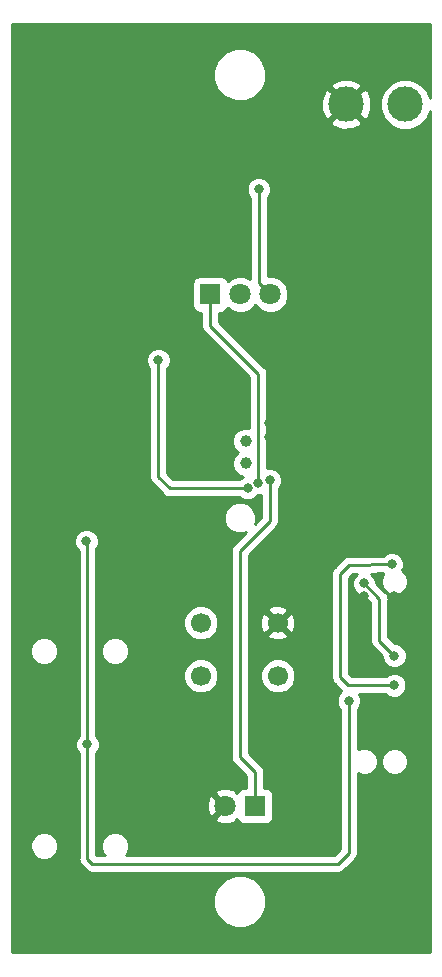
<source format=gbr>
G04 #@! TF.GenerationSoftware,KiCad,Pcbnew,5.0.0-fee4fd1~66~ubuntu16.04.1*
G04 #@! TF.CreationDate,2018-09-26T19:07:44+05:30*
G04 #@! TF.ProjectId,senseBeRx_rev1,73656E7365426552785F726576312E6B,rev?*
G04 #@! TF.SameCoordinates,Original*
G04 #@! TF.FileFunction,Copper,L2,Bot,Signal*
G04 #@! TF.FilePolarity,Positive*
%FSLAX46Y46*%
G04 Gerber Fmt 4.6, Leading zero omitted, Abs format (unit mm)*
G04 Created by KiCad (PCBNEW 5.0.0-fee4fd1~66~ubuntu16.04.1) date Wed Sep 26 19:07:44 2018*
%MOMM*%
%LPD*%
G01*
G04 APERTURE LIST*
G04 #@! TA.AperFunction,ComponentPad*
%ADD10C,3.000000*%
G04 #@! TD*
G04 #@! TA.AperFunction,ComponentPad*
%ADD11R,1.800000X1.800000*%
G04 #@! TD*
G04 #@! TA.AperFunction,ComponentPad*
%ADD12C,1.800000*%
G04 #@! TD*
G04 #@! TA.AperFunction,ComponentPad*
%ADD13C,1.700000*%
G04 #@! TD*
G04 #@! TA.AperFunction,ComponentPad*
%ADD14C,1.000000*%
G04 #@! TD*
G04 #@! TA.AperFunction,ViaPad*
%ADD15C,0.800000*%
G04 #@! TD*
G04 #@! TA.AperFunction,Conductor*
%ADD16C,0.250000*%
G04 #@! TD*
G04 #@! TA.AperFunction,Conductor*
%ADD17C,0.254000*%
G04 #@! TD*
G04 APERTURE END LIST*
D10*
G04 #@! TO.P,BT1,1*
G04 #@! TO.N,Net-(BT1-Pad1)*
X134000000Y-77500000D03*
G04 #@! TO.P,BT1,2*
G04 #@! TO.N,GND*
X129000000Y-77500000D03*
G04 #@! TD*
D11*
G04 #@! TO.P,D2,1*
G04 #@! TO.N,/LIGHT_SENSE*
X121300000Y-136900000D03*
D12*
G04 #@! TO.P,D2,2*
G04 #@! TO.N,GND*
X118760000Y-136900000D03*
G04 #@! TD*
D13*
G04 #@! TO.P,SW1,4*
G04 #@! TO.N,/BUTTON*
X116700000Y-121400000D03*
G04 #@! TO.P,SW1,3*
G04 #@! TO.N,GND*
X123200000Y-121400000D03*
G04 #@! TO.P,SW1,2*
G04 #@! TO.N,Net-(SW1-Pad2)*
X116700000Y-125900000D03*
G04 #@! TO.P,SW1,1*
G04 #@! TO.N,Net-(SW1-Pad1)*
X123200000Y-125900000D03*
G04 #@! TD*
D14*
G04 #@! TO.P,Y1,1*
G04 #@! TO.N,/LFCLK_XL1*
X120500000Y-106000000D03*
G04 #@! TO.P,Y1,2*
G04 #@! TO.N,/LFCLK_XL2*
X120500000Y-107900000D03*
G04 #@! TD*
D11*
G04 #@! TO.P,U2,1*
G04 #@! TO.N,/RX_OUT*
X117500000Y-93600000D03*
D12*
G04 #@! TO.P,U2,2*
G04 #@! TO.N,Net-(Q4-Pad3)*
X120040000Y-93600000D03*
G04 #@! TO.P,U2,3*
G04 #@! TO.N,VDD*
X122580000Y-93600000D03*
G04 #@! TD*
D15*
G04 #@! TO.N,GND*
X102500000Y-146550000D03*
X107700000Y-99100000D03*
X112800000Y-92400000D03*
X122900000Y-97500000D03*
X134800000Y-95400000D03*
X135570452Y-103501093D03*
X122450000Y-114550000D03*
X117130000Y-111370000D03*
X122460000Y-105700000D03*
X130530000Y-119150000D03*
X133070000Y-119150000D03*
X122460000Y-104490000D03*
X123500000Y-104490000D03*
X122450000Y-115550000D03*
X123440000Y-115550000D03*
X134500000Y-103500000D03*
X134500000Y-102540000D03*
X135570000Y-102540000D03*
X134637347Y-106687347D03*
X134640000Y-107710000D03*
X135520000Y-107710000D03*
X135520000Y-106690000D03*
X132960000Y-107710000D03*
X129910000Y-107710000D03*
X126690000Y-107710000D03*
X126690000Y-112200000D03*
X129850000Y-112200000D03*
X131700000Y-110000000D03*
X128000000Y-110000000D03*
X135580974Y-116409547D03*
X135580000Y-117430000D03*
X103050000Y-129990000D03*
G04 #@! TO.N,VDD*
X107100000Y-131700000D03*
X107000000Y-114500000D03*
X121600000Y-84700000D03*
X129225000Y-128000000D03*
G04 #@! TO.N,/LIGHT_SENSE*
X122540000Y-109340000D03*
G04 #@! TO.N,/RESET*
X133070000Y-126690000D03*
X132850000Y-116460000D03*
G04 #@! TO.N,/GPIO2*
X133080000Y-124180000D03*
X130520000Y-118070000D03*
G04 #@! TO.N,/RX_EN*
X120650000Y-110000000D03*
X113100000Y-99150000D03*
G04 #@! TO.N,/RX_OUT*
X121550000Y-109550000D03*
G04 #@! TD*
D16*
G04 #@! TO.N,GND*
X122460000Y-105700000D02*
X122460000Y-104490000D01*
X122460000Y-104490000D02*
X123500000Y-104490000D01*
X122450000Y-114550000D02*
X122450000Y-115550000D01*
X122450000Y-115550000D02*
X123440000Y-115550000D01*
X134501093Y-103501093D02*
X134500000Y-103500000D01*
X135570452Y-103501093D02*
X134501093Y-103501093D01*
X134500000Y-103500000D02*
X134500000Y-102540000D01*
X134500000Y-102540000D02*
X135570000Y-102540000D01*
X134500000Y-106550000D02*
X134637347Y-106687347D01*
X134500000Y-103500000D02*
X134500000Y-106550000D01*
X134637347Y-107707347D02*
X134640000Y-107710000D01*
X134637347Y-106687347D02*
X134637347Y-107707347D01*
X134640000Y-107710000D02*
X135650000Y-107710000D01*
X135517347Y-106687347D02*
X135520000Y-106690000D01*
X134637347Y-106687347D02*
X135517347Y-106687347D01*
X134640000Y-107710000D02*
X132960000Y-107710000D01*
X132960000Y-107710000D02*
X129910000Y-107710000D01*
X129910000Y-107710000D02*
X126690000Y-107710000D01*
X126690000Y-107710000D02*
X126690000Y-112200000D01*
X126690000Y-112200000D02*
X129850000Y-112200000D01*
X131700000Y-110350000D02*
X131700000Y-110000000D01*
X129850000Y-112200000D02*
X131700000Y-110350000D01*
X131700000Y-110000000D02*
X128000000Y-110000000D01*
X135580974Y-117429026D02*
X135580000Y-117430000D01*
X135580974Y-116409547D02*
X135580974Y-117429026D01*
X133860000Y-119150000D02*
X135580000Y-117430000D01*
X133070000Y-119150000D02*
X133860000Y-119150000D01*
G04 #@! TO.N,VDD*
X107100000Y-114600000D02*
X107000000Y-114500000D01*
X107100000Y-131700000D02*
X107100000Y-114600000D01*
X121600000Y-92620000D02*
X122580000Y-93600000D01*
X121600000Y-84700000D02*
X121600000Y-92620000D01*
X107500000Y-141800000D02*
X128300000Y-141800000D01*
X107100000Y-141400000D02*
X107500000Y-141800000D01*
X107100000Y-131700000D02*
X107100000Y-141400000D01*
X129225000Y-140875000D02*
X129225000Y-128000000D01*
X128300000Y-141800000D02*
X129225000Y-140875000D01*
G04 #@! TO.N,/LIGHT_SENSE*
X122540000Y-109340000D02*
X122540000Y-112770000D01*
X119985001Y-115324999D02*
X119985001Y-132735001D01*
X122540000Y-112770000D02*
X119985001Y-115324999D01*
X121300000Y-134050000D02*
X121300000Y-136900000D01*
X119985001Y-132735001D02*
X121300000Y-134050000D01*
G04 #@! TO.N,/RESET*
X129170000Y-126690000D02*
X133070000Y-126690000D01*
X128500000Y-126020000D02*
X129170000Y-126690000D01*
X132850000Y-116460000D02*
X129265729Y-116484271D01*
X129265729Y-116484271D02*
X128500000Y-117250000D01*
X128500000Y-117250000D02*
X128500000Y-126020000D01*
G04 #@! TO.N,/GPIO2*
X131820000Y-119370000D02*
X130520000Y-118070000D01*
X131820000Y-122920000D02*
X131820000Y-119370000D01*
X133080000Y-124180000D02*
X131820000Y-122920000D01*
G04 #@! TO.N,/RX_EN*
X120650000Y-110000000D02*
X114050000Y-110000000D01*
X113100000Y-109050000D02*
X113100000Y-99150000D01*
X114050000Y-110000000D02*
X113100000Y-109050000D01*
G04 #@! TO.N,/RX_OUT*
X117500000Y-93600000D02*
X117500000Y-96250000D01*
X117500000Y-96250000D02*
X121550000Y-100300000D01*
X121550000Y-109550000D02*
X121550000Y-100300000D01*
G04 #@! TD*
D17*
G04 #@! TO.N,GND*
G36*
X136073000Y-76925641D02*
X135809966Y-76290620D01*
X135209380Y-75690034D01*
X134424678Y-75365000D01*
X133575322Y-75365000D01*
X132790620Y-75690034D01*
X132190034Y-76290620D01*
X131865000Y-77075322D01*
X131865000Y-77924678D01*
X132190034Y-78709380D01*
X132790620Y-79309966D01*
X133575322Y-79635000D01*
X134424678Y-79635000D01*
X135209380Y-79309966D01*
X135809966Y-78709380D01*
X136073000Y-78074359D01*
X136073000Y-149290000D01*
X100710000Y-149290000D01*
X100710000Y-144555431D01*
X117765000Y-144555431D01*
X117765000Y-145444569D01*
X118105259Y-146266026D01*
X118733974Y-146894741D01*
X119555431Y-147235000D01*
X120444569Y-147235000D01*
X121266026Y-146894741D01*
X121894741Y-146266026D01*
X122235000Y-145444569D01*
X122235000Y-144555431D01*
X121894741Y-143733974D01*
X121266026Y-143105259D01*
X120444569Y-142765000D01*
X119555431Y-142765000D01*
X118733974Y-143105259D01*
X118105259Y-143733974D01*
X117765000Y-144555431D01*
X100710000Y-144555431D01*
X100710000Y-140034289D01*
X102265000Y-140034289D01*
X102265000Y-140505711D01*
X102445405Y-140941249D01*
X102778751Y-141274595D01*
X103214289Y-141455000D01*
X103685711Y-141455000D01*
X104121249Y-141274595D01*
X104454595Y-140941249D01*
X104635000Y-140505711D01*
X104635000Y-140034289D01*
X104454595Y-139598751D01*
X104121249Y-139265405D01*
X103685711Y-139085000D01*
X103214289Y-139085000D01*
X102778751Y-139265405D01*
X102445405Y-139598751D01*
X102265000Y-140034289D01*
X100710000Y-140034289D01*
X100710000Y-123534289D01*
X102245000Y-123534289D01*
X102245000Y-124005711D01*
X102425405Y-124441249D01*
X102758751Y-124774595D01*
X103194289Y-124955000D01*
X103665711Y-124955000D01*
X104101249Y-124774595D01*
X104434595Y-124441249D01*
X104615000Y-124005711D01*
X104615000Y-123534289D01*
X104434595Y-123098751D01*
X104101249Y-122765405D01*
X103665711Y-122585000D01*
X103194289Y-122585000D01*
X102758751Y-122765405D01*
X102425405Y-123098751D01*
X102245000Y-123534289D01*
X100710000Y-123534289D01*
X100710000Y-114294126D01*
X105965000Y-114294126D01*
X105965000Y-114705874D01*
X106122569Y-115086280D01*
X106340001Y-115303712D01*
X106340000Y-130996289D01*
X106222569Y-131113720D01*
X106065000Y-131494126D01*
X106065000Y-131905874D01*
X106222569Y-132286280D01*
X106340000Y-132403711D01*
X106340001Y-141325148D01*
X106325112Y-141400000D01*
X106340001Y-141474852D01*
X106384097Y-141696537D01*
X106552072Y-141947929D01*
X106615527Y-141990329D01*
X106909671Y-142284472D01*
X106952071Y-142347929D01*
X107203463Y-142515904D01*
X107425148Y-142560000D01*
X107425152Y-142560000D01*
X107499999Y-142574888D01*
X107574846Y-142560000D01*
X128225153Y-142560000D01*
X128300000Y-142574888D01*
X128374847Y-142560000D01*
X128374852Y-142560000D01*
X128596537Y-142515904D01*
X128847929Y-142347929D01*
X128890331Y-142284470D01*
X129709473Y-141465329D01*
X129772929Y-141422929D01*
X129940904Y-141171537D01*
X129985000Y-140949852D01*
X129985000Y-140949848D01*
X129999888Y-140875000D01*
X129985000Y-140800152D01*
X129985000Y-134122769D01*
X130304234Y-134255000D01*
X130755766Y-134255000D01*
X131172926Y-134082207D01*
X131492207Y-133762926D01*
X131665000Y-133345766D01*
X131665000Y-132894234D01*
X131935000Y-132894234D01*
X131935000Y-133345766D01*
X132107793Y-133762926D01*
X132427074Y-134082207D01*
X132844234Y-134255000D01*
X133295766Y-134255000D01*
X133712926Y-134082207D01*
X134032207Y-133762926D01*
X134205000Y-133345766D01*
X134205000Y-132894234D01*
X134032207Y-132477074D01*
X133712926Y-132157793D01*
X133295766Y-131985000D01*
X132844234Y-131985000D01*
X132427074Y-132157793D01*
X132107793Y-132477074D01*
X131935000Y-132894234D01*
X131665000Y-132894234D01*
X131492207Y-132477074D01*
X131172926Y-132157793D01*
X130755766Y-131985000D01*
X130304234Y-131985000D01*
X129985000Y-132117231D01*
X129985000Y-128703711D01*
X130102431Y-128586280D01*
X130260000Y-128205874D01*
X130260000Y-127794126D01*
X130117459Y-127450000D01*
X132366289Y-127450000D01*
X132483720Y-127567431D01*
X132864126Y-127725000D01*
X133275874Y-127725000D01*
X133656280Y-127567431D01*
X133947431Y-127276280D01*
X134105000Y-126895874D01*
X134105000Y-126484126D01*
X133947431Y-126103720D01*
X133656280Y-125812569D01*
X133275874Y-125655000D01*
X132864126Y-125655000D01*
X132483720Y-125812569D01*
X132366289Y-125930000D01*
X129484802Y-125930000D01*
X129260000Y-125705199D01*
X129260000Y-117564802D01*
X129582661Y-117242142D01*
X129886203Y-117240086D01*
X129642569Y-117483720D01*
X129485000Y-117864126D01*
X129485000Y-118275874D01*
X129642569Y-118656280D01*
X129933720Y-118947431D01*
X130314126Y-119105000D01*
X130480199Y-119105000D01*
X131060001Y-119684803D01*
X131060000Y-122845153D01*
X131045112Y-122920000D01*
X131060000Y-122994847D01*
X131060000Y-122994851D01*
X131104096Y-123216536D01*
X131272071Y-123467929D01*
X131335530Y-123510331D01*
X132045000Y-124219802D01*
X132045000Y-124385874D01*
X132202569Y-124766280D01*
X132493720Y-125057431D01*
X132874126Y-125215000D01*
X133285874Y-125215000D01*
X133666280Y-125057431D01*
X133957431Y-124766280D01*
X134115000Y-124385874D01*
X134115000Y-123974126D01*
X133957431Y-123593720D01*
X133666280Y-123302569D01*
X133285874Y-123145000D01*
X133119802Y-123145000D01*
X132580000Y-122605199D01*
X132580000Y-119444848D01*
X132594888Y-119370000D01*
X132580000Y-119295152D01*
X132580000Y-119295148D01*
X132535904Y-119073463D01*
X132367929Y-118822071D01*
X132304473Y-118779671D01*
X131555000Y-118030199D01*
X131555000Y-117864126D01*
X131397431Y-117483720D01*
X131145271Y-117231560D01*
X132119906Y-117224961D01*
X132107793Y-117237074D01*
X131935000Y-117654234D01*
X131935000Y-118105766D01*
X132107793Y-118522926D01*
X132427074Y-118842207D01*
X132844234Y-119015000D01*
X133295766Y-119015000D01*
X133712926Y-118842207D01*
X134032207Y-118522926D01*
X134205000Y-118105766D01*
X134205000Y-117654234D01*
X134032207Y-117237074D01*
X133760816Y-116965683D01*
X133885000Y-116665874D01*
X133885000Y-116254126D01*
X133727431Y-115873720D01*
X133436280Y-115582569D01*
X133055874Y-115425000D01*
X132644126Y-115425000D01*
X132263720Y-115582569D01*
X132141508Y-115704781D01*
X129338030Y-115723765D01*
X129265728Y-115709383D01*
X129188330Y-115724778D01*
X129185733Y-115724796D01*
X129114938Y-115739377D01*
X128969191Y-115768368D01*
X128966968Y-115769853D01*
X128964352Y-115770392D01*
X128841486Y-115853697D01*
X128781255Y-115893942D01*
X128779414Y-115895783D01*
X128714103Y-115940065D01*
X128673566Y-116001631D01*
X128015529Y-116659669D01*
X127952071Y-116702071D01*
X127784096Y-116953464D01*
X127740000Y-117175149D01*
X127740000Y-117175153D01*
X127725112Y-117250000D01*
X127740000Y-117324847D01*
X127740001Y-125945148D01*
X127725112Y-126020000D01*
X127784097Y-126316537D01*
X127896077Y-126484126D01*
X127952072Y-126567929D01*
X128015528Y-126610329D01*
X128579671Y-127174473D01*
X128582533Y-127178756D01*
X128347569Y-127413720D01*
X128190000Y-127794126D01*
X128190000Y-128205874D01*
X128347569Y-128586280D01*
X128465001Y-128703712D01*
X128465000Y-140560198D01*
X127985199Y-141040000D01*
X110355844Y-141040000D01*
X110454595Y-140941249D01*
X110635000Y-140505711D01*
X110635000Y-140034289D01*
X110454595Y-139598751D01*
X110121249Y-139265405D01*
X109685711Y-139085000D01*
X109214289Y-139085000D01*
X108778751Y-139265405D01*
X108445405Y-139598751D01*
X108265000Y-140034289D01*
X108265000Y-140505711D01*
X108445405Y-140941249D01*
X108544156Y-141040000D01*
X107860000Y-141040000D01*
X107860000Y-136659336D01*
X117213542Y-136659336D01*
X117239161Y-137269460D01*
X117423357Y-137714148D01*
X117679841Y-137800554D01*
X118580395Y-136900000D01*
X117679841Y-135999446D01*
X117423357Y-136085852D01*
X117213542Y-136659336D01*
X107860000Y-136659336D01*
X107860000Y-132403711D01*
X107977431Y-132286280D01*
X108135000Y-131905874D01*
X108135000Y-131494126D01*
X107977431Y-131113720D01*
X107860000Y-130996289D01*
X107860000Y-125604615D01*
X115215000Y-125604615D01*
X115215000Y-126195385D01*
X115441078Y-126741185D01*
X115858815Y-127158922D01*
X116404615Y-127385000D01*
X116995385Y-127385000D01*
X117541185Y-127158922D01*
X117958922Y-126741185D01*
X118185000Y-126195385D01*
X118185000Y-125604615D01*
X117958922Y-125058815D01*
X117541185Y-124641078D01*
X116995385Y-124415000D01*
X116404615Y-124415000D01*
X115858815Y-124641078D01*
X115441078Y-125058815D01*
X115215000Y-125604615D01*
X107860000Y-125604615D01*
X107860000Y-123534289D01*
X108245000Y-123534289D01*
X108245000Y-124005711D01*
X108425405Y-124441249D01*
X108758751Y-124774595D01*
X109194289Y-124955000D01*
X109665711Y-124955000D01*
X110101249Y-124774595D01*
X110434595Y-124441249D01*
X110615000Y-124005711D01*
X110615000Y-123534289D01*
X110434595Y-123098751D01*
X110101249Y-122765405D01*
X109665711Y-122585000D01*
X109194289Y-122585000D01*
X108758751Y-122765405D01*
X108425405Y-123098751D01*
X108245000Y-123534289D01*
X107860000Y-123534289D01*
X107860000Y-121104615D01*
X115215000Y-121104615D01*
X115215000Y-121695385D01*
X115441078Y-122241185D01*
X115858815Y-122658922D01*
X116404615Y-122885000D01*
X116995385Y-122885000D01*
X117541185Y-122658922D01*
X117958922Y-122241185D01*
X118185000Y-121695385D01*
X118185000Y-121104615D01*
X117958922Y-120558815D01*
X117541185Y-120141078D01*
X116995385Y-119915000D01*
X116404615Y-119915000D01*
X115858815Y-120141078D01*
X115441078Y-120558815D01*
X115215000Y-121104615D01*
X107860000Y-121104615D01*
X107860000Y-115103711D01*
X107877431Y-115086280D01*
X108035000Y-114705874D01*
X108035000Y-114294126D01*
X107877431Y-113913720D01*
X107586280Y-113622569D01*
X107205874Y-113465000D01*
X106794126Y-113465000D01*
X106413720Y-113622569D01*
X106122569Y-113913720D01*
X105965000Y-114294126D01*
X100710000Y-114294126D01*
X100710000Y-98944126D01*
X112065000Y-98944126D01*
X112065000Y-99355874D01*
X112222569Y-99736280D01*
X112340001Y-99853712D01*
X112340000Y-108975153D01*
X112325112Y-109050000D01*
X112340000Y-109124847D01*
X112340000Y-109124851D01*
X112384096Y-109346536D01*
X112552071Y-109597929D01*
X112615530Y-109640331D01*
X113459671Y-110484473D01*
X113502071Y-110547929D01*
X113753463Y-110715904D01*
X113975148Y-110760000D01*
X113975153Y-110760000D01*
X114050000Y-110774888D01*
X114124847Y-110760000D01*
X119946289Y-110760000D01*
X120063720Y-110877431D01*
X120444126Y-111035000D01*
X120855874Y-111035000D01*
X121236280Y-110877431D01*
X121527431Y-110586280D01*
X121527961Y-110585000D01*
X121755874Y-110585000D01*
X121780000Y-110575007D01*
X121780001Y-112455197D01*
X121239788Y-112995411D01*
X121335000Y-112765548D01*
X121335000Y-112234452D01*
X121131758Y-111743783D01*
X120756217Y-111368242D01*
X120265548Y-111165000D01*
X119734452Y-111165000D01*
X119243783Y-111368242D01*
X118868242Y-111743783D01*
X118665000Y-112234452D01*
X118665000Y-112765548D01*
X118868242Y-113256217D01*
X119243783Y-113631758D01*
X119734452Y-113835000D01*
X120265548Y-113835000D01*
X120495411Y-113739787D01*
X119500531Y-114734668D01*
X119437072Y-114777070D01*
X119269097Y-115028463D01*
X119225001Y-115250148D01*
X119225001Y-115250152D01*
X119210113Y-115324999D01*
X119225001Y-115399846D01*
X119225002Y-132660149D01*
X119210113Y-132735001D01*
X119225002Y-132809853D01*
X119269098Y-133031538D01*
X119437073Y-133282930D01*
X119500529Y-133325330D01*
X120540000Y-134364803D01*
X120540000Y-135352560D01*
X120400000Y-135352560D01*
X120152235Y-135401843D01*
X119942191Y-135542191D01*
X119809942Y-135740114D01*
X119775110Y-135705282D01*
X119660553Y-135819839D01*
X119574148Y-135563357D01*
X119000664Y-135353542D01*
X118390540Y-135379161D01*
X117945852Y-135563357D01*
X117859446Y-135819841D01*
X118760000Y-136720395D01*
X118774143Y-136706253D01*
X118953748Y-136885858D01*
X118939605Y-136900000D01*
X118953748Y-136914143D01*
X118774143Y-137093748D01*
X118760000Y-137079605D01*
X117859446Y-137980159D01*
X117945852Y-138236643D01*
X118519336Y-138446458D01*
X119129460Y-138420839D01*
X119574148Y-138236643D01*
X119660553Y-137980161D01*
X119775110Y-138094718D01*
X119809942Y-138059886D01*
X119942191Y-138257809D01*
X120152235Y-138398157D01*
X120400000Y-138447440D01*
X122200000Y-138447440D01*
X122447765Y-138398157D01*
X122657809Y-138257809D01*
X122798157Y-138047765D01*
X122847440Y-137800000D01*
X122847440Y-136000000D01*
X122798157Y-135752235D01*
X122657809Y-135542191D01*
X122447765Y-135401843D01*
X122200000Y-135352560D01*
X122060000Y-135352560D01*
X122060000Y-134124846D01*
X122074888Y-134049999D01*
X122060000Y-133975152D01*
X122060000Y-133975148D01*
X122015904Y-133753463D01*
X121974102Y-133690902D01*
X121890329Y-133565526D01*
X121890327Y-133565524D01*
X121847929Y-133502071D01*
X121784476Y-133459673D01*
X120745001Y-132420200D01*
X120745001Y-125604615D01*
X121715000Y-125604615D01*
X121715000Y-126195385D01*
X121941078Y-126741185D01*
X122358815Y-127158922D01*
X122904615Y-127385000D01*
X123495385Y-127385000D01*
X124041185Y-127158922D01*
X124458922Y-126741185D01*
X124685000Y-126195385D01*
X124685000Y-125604615D01*
X124458922Y-125058815D01*
X124041185Y-124641078D01*
X123495385Y-124415000D01*
X122904615Y-124415000D01*
X122358815Y-124641078D01*
X121941078Y-125058815D01*
X121715000Y-125604615D01*
X120745001Y-125604615D01*
X120745001Y-122443958D01*
X122335647Y-122443958D01*
X122415920Y-122695259D01*
X122971279Y-122896718D01*
X123561458Y-122870315D01*
X123984080Y-122695259D01*
X124064353Y-122443958D01*
X123200000Y-121579605D01*
X122335647Y-122443958D01*
X120745001Y-122443958D01*
X120745001Y-121171279D01*
X121703282Y-121171279D01*
X121729685Y-121761458D01*
X121904741Y-122184080D01*
X122156042Y-122264353D01*
X123020395Y-121400000D01*
X123379605Y-121400000D01*
X124243958Y-122264353D01*
X124495259Y-122184080D01*
X124696718Y-121628721D01*
X124670315Y-121038542D01*
X124495259Y-120615920D01*
X124243958Y-120535647D01*
X123379605Y-121400000D01*
X123020395Y-121400000D01*
X122156042Y-120535647D01*
X121904741Y-120615920D01*
X121703282Y-121171279D01*
X120745001Y-121171279D01*
X120745001Y-120356042D01*
X122335647Y-120356042D01*
X123200000Y-121220395D01*
X124064353Y-120356042D01*
X123984080Y-120104741D01*
X123428721Y-119903282D01*
X122838542Y-119929685D01*
X122415920Y-120104741D01*
X122335647Y-120356042D01*
X120745001Y-120356042D01*
X120745001Y-115639800D01*
X123024473Y-113360329D01*
X123087929Y-113317929D01*
X123255904Y-113066537D01*
X123300000Y-112844852D01*
X123300000Y-112844848D01*
X123314888Y-112770001D01*
X123300000Y-112695154D01*
X123300000Y-110043711D01*
X123417431Y-109926280D01*
X123575000Y-109545874D01*
X123575000Y-109134126D01*
X123417431Y-108753720D01*
X123126280Y-108462569D01*
X122745874Y-108305000D01*
X122334126Y-108305000D01*
X122310000Y-108314993D01*
X122310000Y-100374847D01*
X122324888Y-100300000D01*
X122310000Y-100225153D01*
X122310000Y-100225148D01*
X122265904Y-100003463D01*
X122097929Y-99752071D01*
X122034473Y-99709671D01*
X118260000Y-95935199D01*
X118260000Y-95147440D01*
X118400000Y-95147440D01*
X118647765Y-95098157D01*
X118857809Y-94957809D01*
X118998157Y-94747765D01*
X119001275Y-94732092D01*
X119170493Y-94901310D01*
X119734670Y-95135000D01*
X120345330Y-95135000D01*
X120909507Y-94901310D01*
X121310000Y-94500817D01*
X121710493Y-94901310D01*
X122274670Y-95135000D01*
X122885330Y-95135000D01*
X123449507Y-94901310D01*
X123881310Y-94469507D01*
X124115000Y-93905330D01*
X124115000Y-93294670D01*
X123881310Y-92730493D01*
X123449507Y-92298690D01*
X122885330Y-92065000D01*
X122360000Y-92065000D01*
X122360000Y-85403711D01*
X122477431Y-85286280D01*
X122635000Y-84905874D01*
X122635000Y-84494126D01*
X122477431Y-84113720D01*
X122186280Y-83822569D01*
X121805874Y-83665000D01*
X121394126Y-83665000D01*
X121013720Y-83822569D01*
X120722569Y-84113720D01*
X120565000Y-84494126D01*
X120565000Y-84905874D01*
X120722569Y-85286280D01*
X120840000Y-85403711D01*
X120840001Y-92269900D01*
X120345330Y-92065000D01*
X119734670Y-92065000D01*
X119170493Y-92298690D01*
X119001275Y-92467908D01*
X118998157Y-92452235D01*
X118857809Y-92242191D01*
X118647765Y-92101843D01*
X118400000Y-92052560D01*
X116600000Y-92052560D01*
X116352235Y-92101843D01*
X116142191Y-92242191D01*
X116001843Y-92452235D01*
X115952560Y-92700000D01*
X115952560Y-94500000D01*
X116001843Y-94747765D01*
X116142191Y-94957809D01*
X116352235Y-95098157D01*
X116600000Y-95147440D01*
X116740001Y-95147440D01*
X116740001Y-96175148D01*
X116725112Y-96250000D01*
X116740001Y-96324852D01*
X116784097Y-96546537D01*
X116952072Y-96797929D01*
X117015528Y-96840329D01*
X120790001Y-100614803D01*
X120790001Y-104891607D01*
X120725766Y-104865000D01*
X120274234Y-104865000D01*
X119857074Y-105037793D01*
X119537793Y-105357074D01*
X119365000Y-105774234D01*
X119365000Y-106225766D01*
X119537793Y-106642926D01*
X119844867Y-106950000D01*
X119537793Y-107257074D01*
X119365000Y-107674234D01*
X119365000Y-108125766D01*
X119537793Y-108542926D01*
X119857074Y-108862207D01*
X120274234Y-109035000D01*
X120275131Y-109035000D01*
X120063720Y-109122569D01*
X119946289Y-109240000D01*
X114364802Y-109240000D01*
X113860000Y-108735199D01*
X113860000Y-99853711D01*
X113977431Y-99736280D01*
X114135000Y-99355874D01*
X114135000Y-98944126D01*
X113977431Y-98563720D01*
X113686280Y-98272569D01*
X113305874Y-98115000D01*
X112894126Y-98115000D01*
X112513720Y-98272569D01*
X112222569Y-98563720D01*
X112065000Y-98944126D01*
X100710000Y-98944126D01*
X100710000Y-79013970D01*
X127665635Y-79013970D01*
X127825418Y-79332739D01*
X128616187Y-79642723D01*
X129465387Y-79626497D01*
X130174582Y-79332739D01*
X130334365Y-79013970D01*
X129000000Y-77679605D01*
X127665635Y-79013970D01*
X100710000Y-79013970D01*
X100710000Y-74555431D01*
X117765000Y-74555431D01*
X117765000Y-75444569D01*
X118105259Y-76266026D01*
X118733974Y-76894741D01*
X119555431Y-77235000D01*
X120444569Y-77235000D01*
X120731408Y-77116187D01*
X126857277Y-77116187D01*
X126873503Y-77965387D01*
X127167261Y-78674582D01*
X127486030Y-78834365D01*
X128820395Y-77500000D01*
X129179605Y-77500000D01*
X130513970Y-78834365D01*
X130832739Y-78674582D01*
X131142723Y-77883813D01*
X131126497Y-77034613D01*
X130832739Y-76325418D01*
X130513970Y-76165635D01*
X129179605Y-77500000D01*
X128820395Y-77500000D01*
X127486030Y-76165635D01*
X127167261Y-76325418D01*
X126857277Y-77116187D01*
X120731408Y-77116187D01*
X121266026Y-76894741D01*
X121894741Y-76266026D01*
X122010719Y-75986030D01*
X127665635Y-75986030D01*
X129000000Y-77320395D01*
X130334365Y-75986030D01*
X130174582Y-75667261D01*
X129383813Y-75357277D01*
X128534613Y-75373503D01*
X127825418Y-75667261D01*
X127665635Y-75986030D01*
X122010719Y-75986030D01*
X122235000Y-75444569D01*
X122235000Y-74555431D01*
X121894741Y-73733974D01*
X121266026Y-73105259D01*
X120444569Y-72765000D01*
X119555431Y-72765000D01*
X118733974Y-73105259D01*
X118105259Y-73733974D01*
X117765000Y-74555431D01*
X100710000Y-74555431D01*
X100710000Y-70710000D01*
X136073000Y-70710000D01*
X136073000Y-76925641D01*
X136073000Y-76925641D01*
G37*
X136073000Y-76925641D02*
X135809966Y-76290620D01*
X135209380Y-75690034D01*
X134424678Y-75365000D01*
X133575322Y-75365000D01*
X132790620Y-75690034D01*
X132190034Y-76290620D01*
X131865000Y-77075322D01*
X131865000Y-77924678D01*
X132190034Y-78709380D01*
X132790620Y-79309966D01*
X133575322Y-79635000D01*
X134424678Y-79635000D01*
X135209380Y-79309966D01*
X135809966Y-78709380D01*
X136073000Y-78074359D01*
X136073000Y-149290000D01*
X100710000Y-149290000D01*
X100710000Y-144555431D01*
X117765000Y-144555431D01*
X117765000Y-145444569D01*
X118105259Y-146266026D01*
X118733974Y-146894741D01*
X119555431Y-147235000D01*
X120444569Y-147235000D01*
X121266026Y-146894741D01*
X121894741Y-146266026D01*
X122235000Y-145444569D01*
X122235000Y-144555431D01*
X121894741Y-143733974D01*
X121266026Y-143105259D01*
X120444569Y-142765000D01*
X119555431Y-142765000D01*
X118733974Y-143105259D01*
X118105259Y-143733974D01*
X117765000Y-144555431D01*
X100710000Y-144555431D01*
X100710000Y-140034289D01*
X102265000Y-140034289D01*
X102265000Y-140505711D01*
X102445405Y-140941249D01*
X102778751Y-141274595D01*
X103214289Y-141455000D01*
X103685711Y-141455000D01*
X104121249Y-141274595D01*
X104454595Y-140941249D01*
X104635000Y-140505711D01*
X104635000Y-140034289D01*
X104454595Y-139598751D01*
X104121249Y-139265405D01*
X103685711Y-139085000D01*
X103214289Y-139085000D01*
X102778751Y-139265405D01*
X102445405Y-139598751D01*
X102265000Y-140034289D01*
X100710000Y-140034289D01*
X100710000Y-123534289D01*
X102245000Y-123534289D01*
X102245000Y-124005711D01*
X102425405Y-124441249D01*
X102758751Y-124774595D01*
X103194289Y-124955000D01*
X103665711Y-124955000D01*
X104101249Y-124774595D01*
X104434595Y-124441249D01*
X104615000Y-124005711D01*
X104615000Y-123534289D01*
X104434595Y-123098751D01*
X104101249Y-122765405D01*
X103665711Y-122585000D01*
X103194289Y-122585000D01*
X102758751Y-122765405D01*
X102425405Y-123098751D01*
X102245000Y-123534289D01*
X100710000Y-123534289D01*
X100710000Y-114294126D01*
X105965000Y-114294126D01*
X105965000Y-114705874D01*
X106122569Y-115086280D01*
X106340001Y-115303712D01*
X106340000Y-130996289D01*
X106222569Y-131113720D01*
X106065000Y-131494126D01*
X106065000Y-131905874D01*
X106222569Y-132286280D01*
X106340000Y-132403711D01*
X106340001Y-141325148D01*
X106325112Y-141400000D01*
X106340001Y-141474852D01*
X106384097Y-141696537D01*
X106552072Y-141947929D01*
X106615527Y-141990329D01*
X106909671Y-142284472D01*
X106952071Y-142347929D01*
X107203463Y-142515904D01*
X107425148Y-142560000D01*
X107425152Y-142560000D01*
X107499999Y-142574888D01*
X107574846Y-142560000D01*
X128225153Y-142560000D01*
X128300000Y-142574888D01*
X128374847Y-142560000D01*
X128374852Y-142560000D01*
X128596537Y-142515904D01*
X128847929Y-142347929D01*
X128890331Y-142284470D01*
X129709473Y-141465329D01*
X129772929Y-141422929D01*
X129940904Y-141171537D01*
X129985000Y-140949852D01*
X129985000Y-140949848D01*
X129999888Y-140875000D01*
X129985000Y-140800152D01*
X129985000Y-134122769D01*
X130304234Y-134255000D01*
X130755766Y-134255000D01*
X131172926Y-134082207D01*
X131492207Y-133762926D01*
X131665000Y-133345766D01*
X131665000Y-132894234D01*
X131935000Y-132894234D01*
X131935000Y-133345766D01*
X132107793Y-133762926D01*
X132427074Y-134082207D01*
X132844234Y-134255000D01*
X133295766Y-134255000D01*
X133712926Y-134082207D01*
X134032207Y-133762926D01*
X134205000Y-133345766D01*
X134205000Y-132894234D01*
X134032207Y-132477074D01*
X133712926Y-132157793D01*
X133295766Y-131985000D01*
X132844234Y-131985000D01*
X132427074Y-132157793D01*
X132107793Y-132477074D01*
X131935000Y-132894234D01*
X131665000Y-132894234D01*
X131492207Y-132477074D01*
X131172926Y-132157793D01*
X130755766Y-131985000D01*
X130304234Y-131985000D01*
X129985000Y-132117231D01*
X129985000Y-128703711D01*
X130102431Y-128586280D01*
X130260000Y-128205874D01*
X130260000Y-127794126D01*
X130117459Y-127450000D01*
X132366289Y-127450000D01*
X132483720Y-127567431D01*
X132864126Y-127725000D01*
X133275874Y-127725000D01*
X133656280Y-127567431D01*
X133947431Y-127276280D01*
X134105000Y-126895874D01*
X134105000Y-126484126D01*
X133947431Y-126103720D01*
X133656280Y-125812569D01*
X133275874Y-125655000D01*
X132864126Y-125655000D01*
X132483720Y-125812569D01*
X132366289Y-125930000D01*
X129484802Y-125930000D01*
X129260000Y-125705199D01*
X129260000Y-117564802D01*
X129582661Y-117242142D01*
X129886203Y-117240086D01*
X129642569Y-117483720D01*
X129485000Y-117864126D01*
X129485000Y-118275874D01*
X129642569Y-118656280D01*
X129933720Y-118947431D01*
X130314126Y-119105000D01*
X130480199Y-119105000D01*
X131060001Y-119684803D01*
X131060000Y-122845153D01*
X131045112Y-122920000D01*
X131060000Y-122994847D01*
X131060000Y-122994851D01*
X131104096Y-123216536D01*
X131272071Y-123467929D01*
X131335530Y-123510331D01*
X132045000Y-124219802D01*
X132045000Y-124385874D01*
X132202569Y-124766280D01*
X132493720Y-125057431D01*
X132874126Y-125215000D01*
X133285874Y-125215000D01*
X133666280Y-125057431D01*
X133957431Y-124766280D01*
X134115000Y-124385874D01*
X134115000Y-123974126D01*
X133957431Y-123593720D01*
X133666280Y-123302569D01*
X133285874Y-123145000D01*
X133119802Y-123145000D01*
X132580000Y-122605199D01*
X132580000Y-119444848D01*
X132594888Y-119370000D01*
X132580000Y-119295152D01*
X132580000Y-119295148D01*
X132535904Y-119073463D01*
X132367929Y-118822071D01*
X132304473Y-118779671D01*
X131555000Y-118030199D01*
X131555000Y-117864126D01*
X131397431Y-117483720D01*
X131145271Y-117231560D01*
X132119906Y-117224961D01*
X132107793Y-117237074D01*
X131935000Y-117654234D01*
X131935000Y-118105766D01*
X132107793Y-118522926D01*
X132427074Y-118842207D01*
X132844234Y-119015000D01*
X133295766Y-119015000D01*
X133712926Y-118842207D01*
X134032207Y-118522926D01*
X134205000Y-118105766D01*
X134205000Y-117654234D01*
X134032207Y-117237074D01*
X133760816Y-116965683D01*
X133885000Y-116665874D01*
X133885000Y-116254126D01*
X133727431Y-115873720D01*
X133436280Y-115582569D01*
X133055874Y-115425000D01*
X132644126Y-115425000D01*
X132263720Y-115582569D01*
X132141508Y-115704781D01*
X129338030Y-115723765D01*
X129265728Y-115709383D01*
X129188330Y-115724778D01*
X129185733Y-115724796D01*
X129114938Y-115739377D01*
X128969191Y-115768368D01*
X128966968Y-115769853D01*
X128964352Y-115770392D01*
X128841486Y-115853697D01*
X128781255Y-115893942D01*
X128779414Y-115895783D01*
X128714103Y-115940065D01*
X128673566Y-116001631D01*
X128015529Y-116659669D01*
X127952071Y-116702071D01*
X127784096Y-116953464D01*
X127740000Y-117175149D01*
X127740000Y-117175153D01*
X127725112Y-117250000D01*
X127740000Y-117324847D01*
X127740001Y-125945148D01*
X127725112Y-126020000D01*
X127784097Y-126316537D01*
X127896077Y-126484126D01*
X127952072Y-126567929D01*
X128015528Y-126610329D01*
X128579671Y-127174473D01*
X128582533Y-127178756D01*
X128347569Y-127413720D01*
X128190000Y-127794126D01*
X128190000Y-128205874D01*
X128347569Y-128586280D01*
X128465001Y-128703712D01*
X128465000Y-140560198D01*
X127985199Y-141040000D01*
X110355844Y-141040000D01*
X110454595Y-140941249D01*
X110635000Y-140505711D01*
X110635000Y-140034289D01*
X110454595Y-139598751D01*
X110121249Y-139265405D01*
X109685711Y-139085000D01*
X109214289Y-139085000D01*
X108778751Y-139265405D01*
X108445405Y-139598751D01*
X108265000Y-140034289D01*
X108265000Y-140505711D01*
X108445405Y-140941249D01*
X108544156Y-141040000D01*
X107860000Y-141040000D01*
X107860000Y-136659336D01*
X117213542Y-136659336D01*
X117239161Y-137269460D01*
X117423357Y-137714148D01*
X117679841Y-137800554D01*
X118580395Y-136900000D01*
X117679841Y-135999446D01*
X117423357Y-136085852D01*
X117213542Y-136659336D01*
X107860000Y-136659336D01*
X107860000Y-132403711D01*
X107977431Y-132286280D01*
X108135000Y-131905874D01*
X108135000Y-131494126D01*
X107977431Y-131113720D01*
X107860000Y-130996289D01*
X107860000Y-125604615D01*
X115215000Y-125604615D01*
X115215000Y-126195385D01*
X115441078Y-126741185D01*
X115858815Y-127158922D01*
X116404615Y-127385000D01*
X116995385Y-127385000D01*
X117541185Y-127158922D01*
X117958922Y-126741185D01*
X118185000Y-126195385D01*
X118185000Y-125604615D01*
X117958922Y-125058815D01*
X117541185Y-124641078D01*
X116995385Y-124415000D01*
X116404615Y-124415000D01*
X115858815Y-124641078D01*
X115441078Y-125058815D01*
X115215000Y-125604615D01*
X107860000Y-125604615D01*
X107860000Y-123534289D01*
X108245000Y-123534289D01*
X108245000Y-124005711D01*
X108425405Y-124441249D01*
X108758751Y-124774595D01*
X109194289Y-124955000D01*
X109665711Y-124955000D01*
X110101249Y-124774595D01*
X110434595Y-124441249D01*
X110615000Y-124005711D01*
X110615000Y-123534289D01*
X110434595Y-123098751D01*
X110101249Y-122765405D01*
X109665711Y-122585000D01*
X109194289Y-122585000D01*
X108758751Y-122765405D01*
X108425405Y-123098751D01*
X108245000Y-123534289D01*
X107860000Y-123534289D01*
X107860000Y-121104615D01*
X115215000Y-121104615D01*
X115215000Y-121695385D01*
X115441078Y-122241185D01*
X115858815Y-122658922D01*
X116404615Y-122885000D01*
X116995385Y-122885000D01*
X117541185Y-122658922D01*
X117958922Y-122241185D01*
X118185000Y-121695385D01*
X118185000Y-121104615D01*
X117958922Y-120558815D01*
X117541185Y-120141078D01*
X116995385Y-119915000D01*
X116404615Y-119915000D01*
X115858815Y-120141078D01*
X115441078Y-120558815D01*
X115215000Y-121104615D01*
X107860000Y-121104615D01*
X107860000Y-115103711D01*
X107877431Y-115086280D01*
X108035000Y-114705874D01*
X108035000Y-114294126D01*
X107877431Y-113913720D01*
X107586280Y-113622569D01*
X107205874Y-113465000D01*
X106794126Y-113465000D01*
X106413720Y-113622569D01*
X106122569Y-113913720D01*
X105965000Y-114294126D01*
X100710000Y-114294126D01*
X100710000Y-98944126D01*
X112065000Y-98944126D01*
X112065000Y-99355874D01*
X112222569Y-99736280D01*
X112340001Y-99853712D01*
X112340000Y-108975153D01*
X112325112Y-109050000D01*
X112340000Y-109124847D01*
X112340000Y-109124851D01*
X112384096Y-109346536D01*
X112552071Y-109597929D01*
X112615530Y-109640331D01*
X113459671Y-110484473D01*
X113502071Y-110547929D01*
X113753463Y-110715904D01*
X113975148Y-110760000D01*
X113975153Y-110760000D01*
X114050000Y-110774888D01*
X114124847Y-110760000D01*
X119946289Y-110760000D01*
X120063720Y-110877431D01*
X120444126Y-111035000D01*
X120855874Y-111035000D01*
X121236280Y-110877431D01*
X121527431Y-110586280D01*
X121527961Y-110585000D01*
X121755874Y-110585000D01*
X121780000Y-110575007D01*
X121780001Y-112455197D01*
X121239788Y-112995411D01*
X121335000Y-112765548D01*
X121335000Y-112234452D01*
X121131758Y-111743783D01*
X120756217Y-111368242D01*
X120265548Y-111165000D01*
X119734452Y-111165000D01*
X119243783Y-111368242D01*
X118868242Y-111743783D01*
X118665000Y-112234452D01*
X118665000Y-112765548D01*
X118868242Y-113256217D01*
X119243783Y-113631758D01*
X119734452Y-113835000D01*
X120265548Y-113835000D01*
X120495411Y-113739787D01*
X119500531Y-114734668D01*
X119437072Y-114777070D01*
X119269097Y-115028463D01*
X119225001Y-115250148D01*
X119225001Y-115250152D01*
X119210113Y-115324999D01*
X119225001Y-115399846D01*
X119225002Y-132660149D01*
X119210113Y-132735001D01*
X119225002Y-132809853D01*
X119269098Y-133031538D01*
X119437073Y-133282930D01*
X119500529Y-133325330D01*
X120540000Y-134364803D01*
X120540000Y-135352560D01*
X120400000Y-135352560D01*
X120152235Y-135401843D01*
X119942191Y-135542191D01*
X119809942Y-135740114D01*
X119775110Y-135705282D01*
X119660553Y-135819839D01*
X119574148Y-135563357D01*
X119000664Y-135353542D01*
X118390540Y-135379161D01*
X117945852Y-135563357D01*
X117859446Y-135819841D01*
X118760000Y-136720395D01*
X118774143Y-136706253D01*
X118953748Y-136885858D01*
X118939605Y-136900000D01*
X118953748Y-136914143D01*
X118774143Y-137093748D01*
X118760000Y-137079605D01*
X117859446Y-137980159D01*
X117945852Y-138236643D01*
X118519336Y-138446458D01*
X119129460Y-138420839D01*
X119574148Y-138236643D01*
X119660553Y-137980161D01*
X119775110Y-138094718D01*
X119809942Y-138059886D01*
X119942191Y-138257809D01*
X120152235Y-138398157D01*
X120400000Y-138447440D01*
X122200000Y-138447440D01*
X122447765Y-138398157D01*
X122657809Y-138257809D01*
X122798157Y-138047765D01*
X122847440Y-137800000D01*
X122847440Y-136000000D01*
X122798157Y-135752235D01*
X122657809Y-135542191D01*
X122447765Y-135401843D01*
X122200000Y-135352560D01*
X122060000Y-135352560D01*
X122060000Y-134124846D01*
X122074888Y-134049999D01*
X122060000Y-133975152D01*
X122060000Y-133975148D01*
X122015904Y-133753463D01*
X121974102Y-133690902D01*
X121890329Y-133565526D01*
X121890327Y-133565524D01*
X121847929Y-133502071D01*
X121784476Y-133459673D01*
X120745001Y-132420200D01*
X120745001Y-125604615D01*
X121715000Y-125604615D01*
X121715000Y-126195385D01*
X121941078Y-126741185D01*
X122358815Y-127158922D01*
X122904615Y-127385000D01*
X123495385Y-127385000D01*
X124041185Y-127158922D01*
X124458922Y-126741185D01*
X124685000Y-126195385D01*
X124685000Y-125604615D01*
X124458922Y-125058815D01*
X124041185Y-124641078D01*
X123495385Y-124415000D01*
X122904615Y-124415000D01*
X122358815Y-124641078D01*
X121941078Y-125058815D01*
X121715000Y-125604615D01*
X120745001Y-125604615D01*
X120745001Y-122443958D01*
X122335647Y-122443958D01*
X122415920Y-122695259D01*
X122971279Y-122896718D01*
X123561458Y-122870315D01*
X123984080Y-122695259D01*
X124064353Y-122443958D01*
X123200000Y-121579605D01*
X122335647Y-122443958D01*
X120745001Y-122443958D01*
X120745001Y-121171279D01*
X121703282Y-121171279D01*
X121729685Y-121761458D01*
X121904741Y-122184080D01*
X122156042Y-122264353D01*
X123020395Y-121400000D01*
X123379605Y-121400000D01*
X124243958Y-122264353D01*
X124495259Y-122184080D01*
X124696718Y-121628721D01*
X124670315Y-121038542D01*
X124495259Y-120615920D01*
X124243958Y-120535647D01*
X123379605Y-121400000D01*
X123020395Y-121400000D01*
X122156042Y-120535647D01*
X121904741Y-120615920D01*
X121703282Y-121171279D01*
X120745001Y-121171279D01*
X120745001Y-120356042D01*
X122335647Y-120356042D01*
X123200000Y-121220395D01*
X124064353Y-120356042D01*
X123984080Y-120104741D01*
X123428721Y-119903282D01*
X122838542Y-119929685D01*
X122415920Y-120104741D01*
X122335647Y-120356042D01*
X120745001Y-120356042D01*
X120745001Y-115639800D01*
X123024473Y-113360329D01*
X123087929Y-113317929D01*
X123255904Y-113066537D01*
X123300000Y-112844852D01*
X123300000Y-112844848D01*
X123314888Y-112770001D01*
X123300000Y-112695154D01*
X123300000Y-110043711D01*
X123417431Y-109926280D01*
X123575000Y-109545874D01*
X123575000Y-109134126D01*
X123417431Y-108753720D01*
X123126280Y-108462569D01*
X122745874Y-108305000D01*
X122334126Y-108305000D01*
X122310000Y-108314993D01*
X122310000Y-100374847D01*
X122324888Y-100300000D01*
X122310000Y-100225153D01*
X122310000Y-100225148D01*
X122265904Y-100003463D01*
X122097929Y-99752071D01*
X122034473Y-99709671D01*
X118260000Y-95935199D01*
X118260000Y-95147440D01*
X118400000Y-95147440D01*
X118647765Y-95098157D01*
X118857809Y-94957809D01*
X118998157Y-94747765D01*
X119001275Y-94732092D01*
X119170493Y-94901310D01*
X119734670Y-95135000D01*
X120345330Y-95135000D01*
X120909507Y-94901310D01*
X121310000Y-94500817D01*
X121710493Y-94901310D01*
X122274670Y-95135000D01*
X122885330Y-95135000D01*
X123449507Y-94901310D01*
X123881310Y-94469507D01*
X124115000Y-93905330D01*
X124115000Y-93294670D01*
X123881310Y-92730493D01*
X123449507Y-92298690D01*
X122885330Y-92065000D01*
X122360000Y-92065000D01*
X122360000Y-85403711D01*
X122477431Y-85286280D01*
X122635000Y-84905874D01*
X122635000Y-84494126D01*
X122477431Y-84113720D01*
X122186280Y-83822569D01*
X121805874Y-83665000D01*
X121394126Y-83665000D01*
X121013720Y-83822569D01*
X120722569Y-84113720D01*
X120565000Y-84494126D01*
X120565000Y-84905874D01*
X120722569Y-85286280D01*
X120840000Y-85403711D01*
X120840001Y-92269900D01*
X120345330Y-92065000D01*
X119734670Y-92065000D01*
X119170493Y-92298690D01*
X119001275Y-92467908D01*
X118998157Y-92452235D01*
X118857809Y-92242191D01*
X118647765Y-92101843D01*
X118400000Y-92052560D01*
X116600000Y-92052560D01*
X116352235Y-92101843D01*
X116142191Y-92242191D01*
X116001843Y-92452235D01*
X115952560Y-92700000D01*
X115952560Y-94500000D01*
X116001843Y-94747765D01*
X116142191Y-94957809D01*
X116352235Y-95098157D01*
X116600000Y-95147440D01*
X116740001Y-95147440D01*
X116740001Y-96175148D01*
X116725112Y-96250000D01*
X116740001Y-96324852D01*
X116784097Y-96546537D01*
X116952072Y-96797929D01*
X117015528Y-96840329D01*
X120790001Y-100614803D01*
X120790001Y-104891607D01*
X120725766Y-104865000D01*
X120274234Y-104865000D01*
X119857074Y-105037793D01*
X119537793Y-105357074D01*
X119365000Y-105774234D01*
X119365000Y-106225766D01*
X119537793Y-106642926D01*
X119844867Y-106950000D01*
X119537793Y-107257074D01*
X119365000Y-107674234D01*
X119365000Y-108125766D01*
X119537793Y-108542926D01*
X119857074Y-108862207D01*
X120274234Y-109035000D01*
X120275131Y-109035000D01*
X120063720Y-109122569D01*
X119946289Y-109240000D01*
X114364802Y-109240000D01*
X113860000Y-108735199D01*
X113860000Y-99853711D01*
X113977431Y-99736280D01*
X114135000Y-99355874D01*
X114135000Y-98944126D01*
X113977431Y-98563720D01*
X113686280Y-98272569D01*
X113305874Y-98115000D01*
X112894126Y-98115000D01*
X112513720Y-98272569D01*
X112222569Y-98563720D01*
X112065000Y-98944126D01*
X100710000Y-98944126D01*
X100710000Y-79013970D01*
X127665635Y-79013970D01*
X127825418Y-79332739D01*
X128616187Y-79642723D01*
X129465387Y-79626497D01*
X130174582Y-79332739D01*
X130334365Y-79013970D01*
X129000000Y-77679605D01*
X127665635Y-79013970D01*
X100710000Y-79013970D01*
X100710000Y-74555431D01*
X117765000Y-74555431D01*
X117765000Y-75444569D01*
X118105259Y-76266026D01*
X118733974Y-76894741D01*
X119555431Y-77235000D01*
X120444569Y-77235000D01*
X120731408Y-77116187D01*
X126857277Y-77116187D01*
X126873503Y-77965387D01*
X127167261Y-78674582D01*
X127486030Y-78834365D01*
X128820395Y-77500000D01*
X129179605Y-77500000D01*
X130513970Y-78834365D01*
X130832739Y-78674582D01*
X131142723Y-77883813D01*
X131126497Y-77034613D01*
X130832739Y-76325418D01*
X130513970Y-76165635D01*
X129179605Y-77500000D01*
X128820395Y-77500000D01*
X127486030Y-76165635D01*
X127167261Y-76325418D01*
X126857277Y-77116187D01*
X120731408Y-77116187D01*
X121266026Y-76894741D01*
X121894741Y-76266026D01*
X122010719Y-75986030D01*
X127665635Y-75986030D01*
X129000000Y-77320395D01*
X130334365Y-75986030D01*
X130174582Y-75667261D01*
X129383813Y-75357277D01*
X128534613Y-75373503D01*
X127825418Y-75667261D01*
X127665635Y-75986030D01*
X122010719Y-75986030D01*
X122235000Y-75444569D01*
X122235000Y-74555431D01*
X121894741Y-73733974D01*
X121266026Y-73105259D01*
X120444569Y-72765000D01*
X119555431Y-72765000D01*
X118733974Y-73105259D01*
X118105259Y-73733974D01*
X117765000Y-74555431D01*
X100710000Y-74555431D01*
X100710000Y-70710000D01*
X136073000Y-70710000D01*
X136073000Y-76925641D01*
G04 #@! TD*
M02*

</source>
